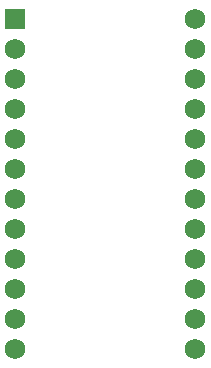
<source format=gbr>
%TF.GenerationSoftware,KiCad,Pcbnew,(7.0.0)*%
%TF.CreationDate,2023-07-30T13:50:14-07:00*%
%TF.ProjectId,macropad-v2,6d616372-6f70-4616-942d-76322e6b6963,rev?*%
%TF.SameCoordinates,Original*%
%TF.FileFunction,Legend,Bot*%
%TF.FilePolarity,Positive*%
%FSLAX46Y46*%
G04 Gerber Fmt 4.6, Leading zero omitted, Abs format (unit mm)*
G04 Created by KiCad (PCBNEW (7.0.0)) date 2023-07-30 13:50:14*
%MOMM*%
%LPD*%
G01*
G04 APERTURE LIST*
%ADD10R,1.752600X1.752600*%
%ADD11C,1.752600*%
G04 APERTURE END LIST*
D10*
%TO.C,U1*%
X132333999Y-53720999D03*
D11*
X132334000Y-56261000D03*
X132334000Y-58801000D03*
X132334000Y-61341000D03*
X132334000Y-63881000D03*
X132334000Y-66421000D03*
X132334000Y-68961000D03*
X132334000Y-71501000D03*
X132334000Y-74041000D03*
X132334000Y-76581000D03*
X132334000Y-79121000D03*
X132334000Y-81661000D03*
X147574000Y-81661000D03*
X147574000Y-79121000D03*
X147574000Y-76581000D03*
X147574000Y-74041000D03*
X147574000Y-71501000D03*
X147574000Y-68961000D03*
X147574000Y-66421000D03*
X147574000Y-63881000D03*
X147574000Y-61341000D03*
X147574000Y-58801000D03*
X147574000Y-56261000D03*
X147574000Y-53721000D03*
%TD*%
M02*

</source>
